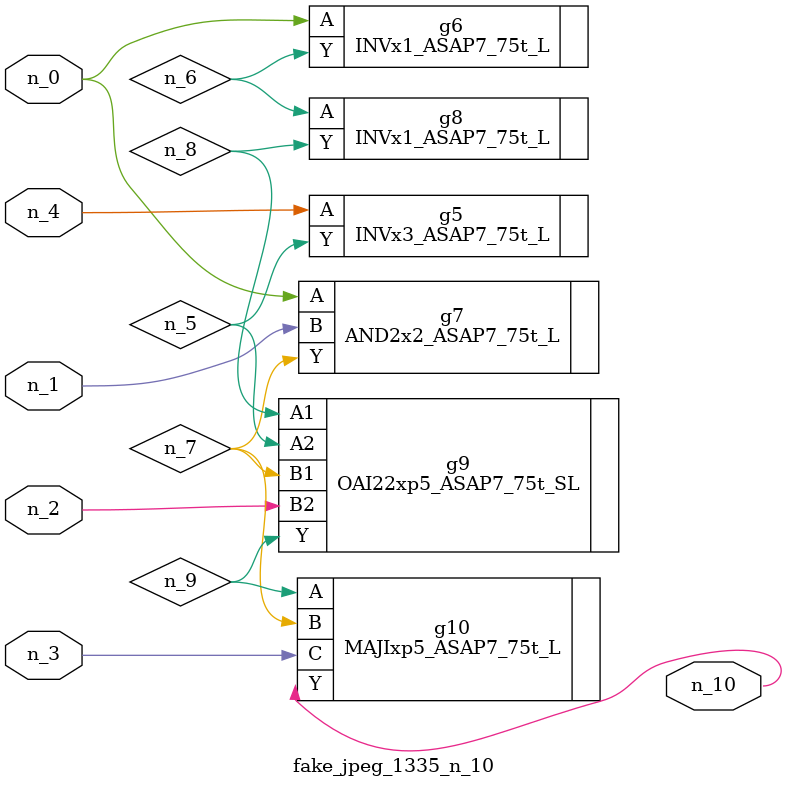
<source format=v>
module fake_jpeg_1335_n_10 (n_3, n_2, n_1, n_0, n_4, n_10);

input n_3;
input n_2;
input n_1;
input n_0;
input n_4;

output n_10;

wire n_8;
wire n_9;
wire n_6;
wire n_5;
wire n_7;

INVx3_ASAP7_75t_L g5 ( 
.A(n_4),
.Y(n_5)
);

INVx1_ASAP7_75t_L g6 ( 
.A(n_0),
.Y(n_6)
);

AND2x2_ASAP7_75t_L g7 ( 
.A(n_0),
.B(n_1),
.Y(n_7)
);

INVx1_ASAP7_75t_L g8 ( 
.A(n_6),
.Y(n_8)
);

OAI22xp5_ASAP7_75t_SL g9 ( 
.A1(n_8),
.A2(n_5),
.B1(n_7),
.B2(n_2),
.Y(n_9)
);

MAJIxp5_ASAP7_75t_L g10 ( 
.A(n_9),
.B(n_7),
.C(n_3),
.Y(n_10)
);


endmodule
</source>
